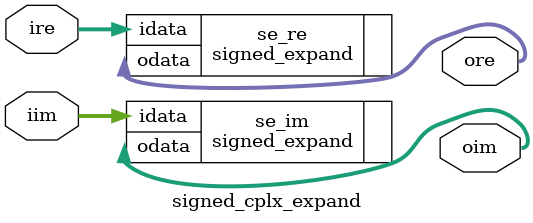
<source format=v>
module signed_cplx_expand(
ire,
iim,
ore,
oim
);
parameter IWIDTH = 16;
parameter OWIDTH = 16;
parameter IPRE = 0;

input [IWIDTH-1:0] ire;
input [IWIDTH-1:0] iim;
output [OWIDTH-1:0] ore;
output [OWIDTH-1:0] oim;

signed_expand #(
.IWIDTH(IWIDTH),
.OWIDTH(OWIDTH),
.IPRE(IPRE)
) se_re(
.idata(ire),
.odata(ore)
);

signed_expand #(
.IWIDTH(IWIDTH),
.OWIDTH(OWIDTH),
.IPRE(IPRE)
) se_im(
.idata(iim),
.odata(oim)
);

endmodule

</source>
